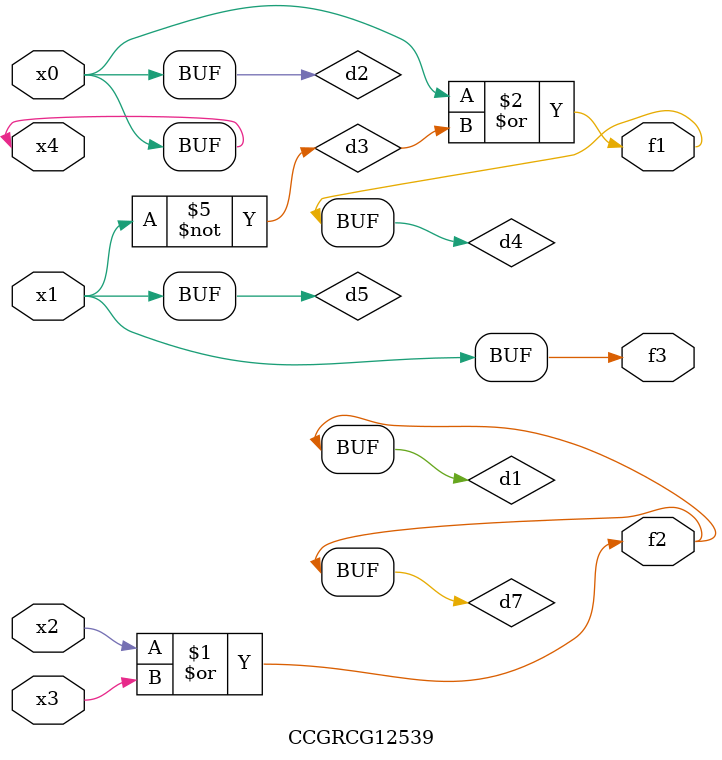
<source format=v>
module CCGRCG12539(
	input x0, x1, x2, x3, x4,
	output f1, f2, f3
);

	wire d1, d2, d3, d4, d5, d6, d7;

	or (d1, x2, x3);
	buf (d2, x0, x4);
	not (d3, x1);
	or (d4, d2, d3);
	not (d5, d3);
	nand (d6, d1, d3);
	or (d7, d1);
	assign f1 = d4;
	assign f2 = d7;
	assign f3 = d5;
endmodule

</source>
